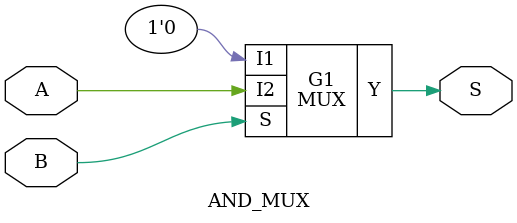
<source format=v>
`timescale 1ns / 1ps


module MUX(Y,I1,I2,S);
input I1,I2;
input S;
output reg Y;
always@(*)
begin
case(S)
0: Y=I1;
1: Y=I2;
endcase
end
endmodule



module AND_MUX(S,A,B);
input A,B;
output S;
MUX G1(S,0,A,B);
endmodule
</source>
